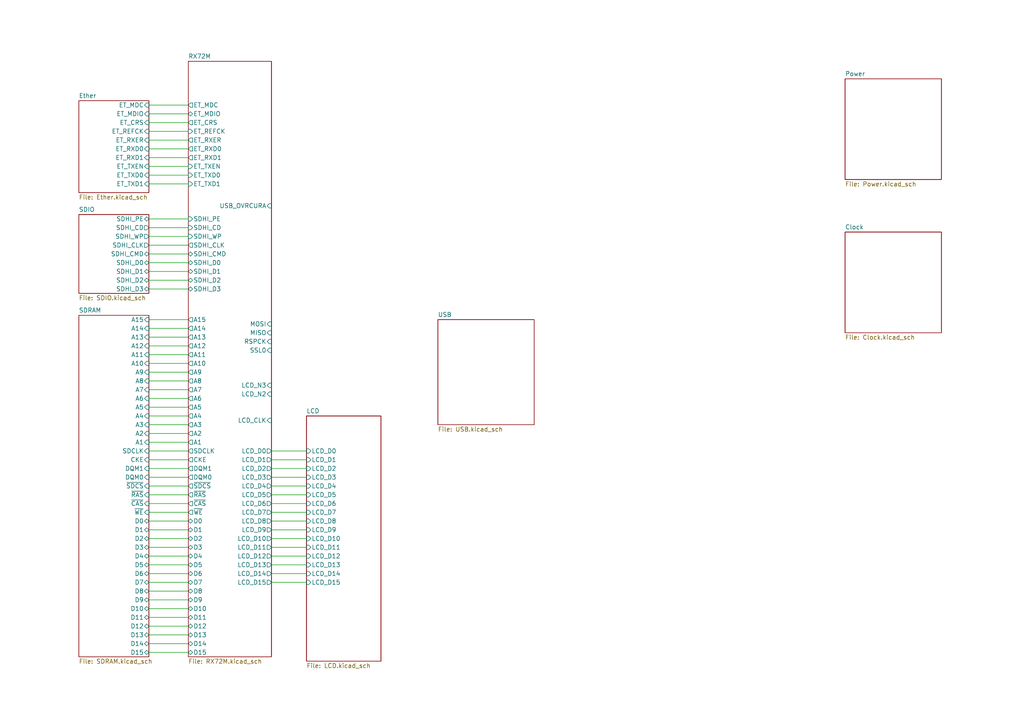
<source format=kicad_sch>
(kicad_sch (version 20211123) (generator eeschema)
  (paper "A4")
  (lib_symbols)
  (wire (pts (xy 54.61 158.75) (xy 43.18 158.75)))
  (wire (pts (xy 43.18 156.21) (xy 54.61 156.21)))
  (wire (pts (xy 88.9 135.89) (xy 78.74 135.89)))
  (wire (pts (xy 88.9 156.21) (xy 78.74 156.21)))
  (wire (pts (xy 54.61 30.48) (xy 43.18 30.48)))
  (wire (pts (xy 43.18 92.71) (xy 54.61 92.71)))
  (wire (pts (xy 54.61 130.81) (xy 43.18 130.81)))
  (wire (pts (xy 43.18 71.12) (xy 54.61 71.12)))
  (wire (pts (xy 88.9 130.81) (xy 78.74 130.81)))
  (wire (pts (xy 78.74 153.67) (xy 88.9 153.67)))
  (wire (pts (xy 43.18 81.28) (xy 54.61 81.28)))
  (wire (pts (xy 43.18 161.29) (xy 54.61 161.29)))
  (wire (pts (xy 88.9 146.05) (xy 78.74 146.05)))
  (wire (pts (xy 43.18 66.04) (xy 54.61 66.04)))
  (wire (pts (xy 54.61 48.26) (xy 43.18 48.26)))
  (wire (pts (xy 54.61 45.72) (xy 43.18 45.72)))
  (wire (pts (xy 43.18 107.95) (xy 54.61 107.95)))
  (wire (pts (xy 78.74 143.51) (xy 88.9 143.51)))
  (wire (pts (xy 54.61 181.61) (xy 43.18 181.61)))
  (wire (pts (xy 43.18 186.69) (xy 54.61 186.69)))
  (wire (pts (xy 43.18 166.37) (xy 54.61 166.37)))
  (wire (pts (xy 43.18 179.07) (xy 54.61 179.07)))
  (wire (pts (xy 54.61 125.73) (xy 43.18 125.73)))
  (wire (pts (xy 54.61 73.66) (xy 43.18 73.66)))
  (wire (pts (xy 54.61 168.91) (xy 43.18 168.91)))
  (wire (pts (xy 54.61 135.89) (xy 43.18 135.89)))
  (wire (pts (xy 54.61 78.74) (xy 43.18 78.74)))
  (wire (pts (xy 88.9 161.29) (xy 78.74 161.29)))
  (wire (pts (xy 54.61 63.5) (xy 43.18 63.5)))
  (wire (pts (xy 43.18 118.11) (xy 54.61 118.11)))
  (wire (pts (xy 88.9 140.97) (xy 78.74 140.97)))
  (wire (pts (xy 54.61 110.49) (xy 43.18 110.49)))
  (wire (pts (xy 43.18 176.53) (xy 54.61 176.53)))
  (wire (pts (xy 54.61 138.43) (xy 43.18 138.43)))
  (wire (pts (xy 43.18 102.87) (xy 54.61 102.87)))
  (wire (pts (xy 54.61 83.82) (xy 43.18 83.82)))
  (wire (pts (xy 54.61 95.25) (xy 43.18 95.25)))
  (wire (pts (xy 43.18 76.2) (xy 54.61 76.2)))
  (wire (pts (xy 43.18 123.19) (xy 54.61 123.19)))
  (wire (pts (xy 88.9 166.37) (xy 78.74 166.37)))
  (wire (pts (xy 54.61 105.41) (xy 43.18 105.41)))
  (wire (pts (xy 78.74 158.75) (xy 88.9 158.75)))
  (wire (pts (xy 78.74 148.59) (xy 88.9 148.59)))
  (wire (pts (xy 54.61 173.99) (xy 43.18 173.99)))
  (wire (pts (xy 54.61 148.59) (xy 43.18 148.59)))
  (wire (pts (xy 43.18 97.79) (xy 54.61 97.79)))
  (wire (pts (xy 54.61 184.15) (xy 43.18 184.15)))
  (wire (pts (xy 54.61 163.83) (xy 43.18 163.83)))
  (wire (pts (xy 78.74 138.43) (xy 88.9 138.43)))
  (wire (pts (xy 54.61 153.67) (xy 43.18 153.67)))
  (wire (pts (xy 54.61 33.02) (xy 43.18 33.02)))
  (wire (pts (xy 54.61 146.05) (xy 43.18 146.05)))
  (wire (pts (xy 43.18 151.13) (xy 54.61 151.13)))
  (wire (pts (xy 54.61 100.33) (xy 43.18 100.33)))
  (wire (pts (xy 54.61 53.34) (xy 43.18 53.34)))
  (wire (pts (xy 54.61 189.23) (xy 43.18 189.23)))
  (wire (pts (xy 54.61 140.97) (xy 43.18 140.97)))
  (wire (pts (xy 54.61 133.35) (xy 43.18 133.35)))
  (wire (pts (xy 78.74 168.91) (xy 88.9 168.91)))
  (wire (pts (xy 54.61 40.64) (xy 43.18 40.64)))
  (wire (pts (xy 88.9 151.13) (xy 78.74 151.13)))
  (wire (pts (xy 43.18 171.45) (xy 54.61 171.45)))
  (wire (pts (xy 43.18 128.27) (xy 54.61 128.27)))
  (wire (pts (xy 54.61 35.56) (xy 43.18 35.56)))
  (wire (pts (xy 54.61 43.18) (xy 43.18 43.18)))
  (wire (pts (xy 78.74 163.83) (xy 88.9 163.83)))
  (wire (pts (xy 43.18 113.03) (xy 54.61 113.03)))
  (wire (pts (xy 54.61 38.1) (xy 43.18 38.1)))
  (wire (pts (xy 54.61 68.58) (xy 43.18 68.58)))
  (wire (pts (xy 54.61 50.8) (xy 43.18 50.8)))
  (wire (pts (xy 78.74 133.35) (xy 88.9 133.35)))
  (wire (pts (xy 54.61 120.65) (xy 43.18 120.65)))
  (wire (pts (xy 54.61 143.51) (xy 43.18 143.51)))
  (wire (pts (xy 54.61 115.57) (xy 43.18 115.57)))
  (sheet (at 245.11 22.86) (size 27.94 29.21)
    (property "Sheet name" "Power" (at 245.11 22.1484 0) (effects (justify left bottom)))
    (property "Sheet file" "Power.kicad_sch" (at 245.11 52.6546 0) (effects (justify left top)))
  )
  (sheet (at 54.61 17.78) (size 24.13 172.72)
    (property "Sheet name" "RX72M" (at 54.61 17.0684 0) (effects (justify left bottom)))
    (property "Sheet file" "RX72M.kicad_sch" (at 54.61 191.0846 0) (effects (justify left top)))
    (pin "D0" bidirectional (at 54.61 151.13 180))
    (pin "D1" bidirectional (at 54.61 153.67 180))
    (pin "D2" bidirectional (at 54.61 156.21 180))
    (pin "D3" bidirectional (at 54.61 158.75 180))
    (pin "D4" bidirectional (at 54.61 161.29 180))
    (pin "D5" bidirectional (at 54.61 163.83 180))
    (pin "D6" bidirectional (at 54.61 166.37 180))
    (pin "D7" bidirectional (at 54.61 168.91 180))
    (pin "D8" bidirectional (at 54.61 171.45 180))
    (pin "D9" bidirectional (at 54.61 173.99 180))
    (pin "D10" bidirectional (at 54.61 176.53 180))
    (pin "D11" bidirectional (at 54.61 179.07 180))
    (pin "D12" bidirectional (at 54.61 181.61 180))
    (pin "D13" bidirectional (at 54.61 184.15 180))
    (pin "D14" bidirectional (at 54.61 186.69 180))
    (pin "D15" bidirectional (at 54.61 189.23 180))
    (pin "~{WE}" output (at 54.61 148.59 180))
    (pin "~{CAS}" output (at 54.61 146.05 180))
    (pin "~{RAS}" output (at 54.61 143.51 180))
    (pin "~{SDCS}" output (at 54.61 140.97 180))
    (pin "SDCLK" output (at 54.61 130.81 180))
    (pin "DQM0" output (at 54.61 138.43 180))
    (pin "DQM1" output (at 54.61 135.89 180))
    (pin "CKE" output (at 54.61 133.35 180))
    (pin "A1" output (at 54.61 128.27 180))
    (pin "A2" output (at 54.61 125.73 180))
    (pin "A3" output (at 54.61 123.19 180))
    (pin "A4" output (at 54.61 120.65 180))
    (pin "A5" output (at 54.61 118.11 180))
    (pin "A6" output (at 54.61 115.57 180))
    (pin "A7" output (at 54.61 113.03 180))
    (pin "A8" output (at 54.61 110.49 180))
    (pin "A9" output (at 54.61 107.95 180))
    (pin "A10" output (at 54.61 105.41 180))
    (pin "A11" output (at 54.61 102.87 180))
    (pin "A12" output (at 54.61 100.33 180))
    (pin "A13" output (at 54.61 97.79 180))
    (pin "A14" output (at 54.61 95.25 180))
    (pin "A15" output (at 54.61 92.71 180))
    (pin "SDHI_CD" input (at 54.61 66.04 180))
    (pin "SDHI_WP" input (at 54.61 68.58 180))
    (pin "SDHI_D1" bidirectional (at 54.61 78.74 180))
    (pin "SDHI_D0" bidirectional (at 54.61 76.2 180))
    (pin "SDHI_CLK" output (at 54.61 71.12 180))
    (pin "SDHI_CMD" bidirectional (at 54.61 73.66 180))
    (pin "SDHI_D3" bidirectional (at 54.61 83.82 180))
    (pin "SDHI_D2" bidirectional (at 54.61 81.28 180))
    (pin "SDHI_PE" input (at 54.61 63.5 180))
    (pin "ET_MDC" output (at 54.61 30.48 180))
    (pin "ET_MDIO" bidirectional (at 54.61 33.02 180))
    (pin "ET_RXER" output (at 54.61 40.64 180))
    (pin "ET_TXD1" input (at 54.61 53.34 180))
    (pin "ET_TXD0" input (at 54.61 50.8 180))
    (pin "ET_TXEN" input (at 54.61 48.26 180))
    (pin "ET_REFCK" input (at 54.61 38.1 180))
    (pin "ET_RXD0" output (at 54.61 43.18 180))
    (pin "ET_RXD1" output (at 54.61 45.72 180))
    (pin "ET_CRS" output (at 54.61 35.56 180))
    (pin "LCD_D0" output (at 78.74 130.81 0))
    (pin "LCD_D1" output (at 78.74 133.35 0))
    (pin "LCD_D2" output (at 78.74 135.89 0))
    (pin "LCD_D3" output (at 78.74 138.43 0))
    (pin "LCD_D4" output (at 78.74 140.97 0))
    (pin "LCD_D5" output (at 78.74 143.51 0))
    (pin "LCD_D6" output (at 78.74 146.05 0))
    (pin "LCD_D7" output (at 78.74 148.59 0))
    (pin "LCD_D8" output (at 78.74 151.13 0))
    (pin "LCD_D9" output (at 78.74 153.67 0))
    (pin "LCD_D10" output (at 78.74 156.21 0))
    (pin "LCD_D11" output (at 78.74 158.75 0))
    (pin "LCD_D12" output (at 78.74 161.29 0))
    (pin "LCD_D13" output (at 78.74 163.83 0))
    (pin "LCD_D14" output (at 78.74 166.37 0))
    (pin "LCD_D15" output (at 78.74 168.91 0))
    (pin "MISO" input (at 78.74 96.52 0))
    (pin "RSPCK" input (at 78.74 99.06 0))
    (pin "SSL0" input (at 78.74 101.6 0))
    (pin "MOSI" input (at 78.74 93.98 0))
    (pin "LCD_CLK" input (at 78.74 121.92 0))
    (pin "LCD_N3" input (at 78.74 111.76 0))
    (pin "LCD_N2" input (at 78.74 114.3 0))
    (pin "USB_OVRCURA" input (at 78.74 59.69 0))
  )
  (sheet (at 22.86 91.44) (size 20.32 99.06)
    (property "Sheet name" "SDRAM" (at 22.86 90.7284 0) (effects (justify left bottom)))
    (property "Sheet file" "SDRAM.kicad_sch" (at 22.86 191.0846 0) (effects (justify left top)))
    (pin "D0" bidirectional (at 43.18 151.13 0))
    (pin "D1" bidirectional (at 43.18 153.67 0))
    (pin "D2" bidirectional (at 43.18 156.21 0))
    (pin "D3" bidirectional (at 43.18 158.75 0))
    (pin "D4" bidirectional (at 43.18 161.29 0))
    (pin "D5" bidirectional (at 43.18 163.83 0))
    (pin "D6" bidirectional (at 43.18 166.37 0))
    (pin "D7" bidirectional (at 43.18 168.91 0))
    (pin "D8" bidirectional (at 43.18 171.45 0))
    (pin "D9" bidirectional (at 43.18 173.99 0))
    (pin "D10" bidirectional (at 43.18 176.53 0))
    (pin "D11" bidirectional (at 43.18 179.07 0))
    (pin "D12" bidirectional (at 43.18 181.61 0))
    (pin "D13" bidirectional (at 43.18 184.15 0))
    (pin "D14" bidirectional (at 43.18 186.69 0))
    (pin "D15" bidirectional (at 43.18 189.23 0))
    (pin "A1" input (at 43.18 128.27 0))
    (pin "A2" input (at 43.18 125.73 0))
    (pin "A3" input (at 43.18 123.19 0))
    (pin "A4" input (at 43.18 120.65 0))
    (pin "A5" input (at 43.18 118.11 0))
    (pin "A6" input (at 43.18 115.57 0))
    (pin "A7" input (at 43.18 113.03 0))
    (pin "A8" input (at 43.18 110.49 0))
    (pin "A9" input (at 43.18 107.95 0))
    (pin "A10" input (at 43.18 105.41 0))
    (pin "A11" input (at 43.18 102.87 0))
    (pin "A12" input (at 43.18 100.33 0))
    (pin "A13" input (at 43.18 97.79 0))
    (pin "A14" input (at 43.18 95.25 0))
    (pin "A15" input (at 43.18 92.71 0))
    (pin "SDCLK" input (at 43.18 130.81 0))
    (pin "~{SDCS}" input (at 43.18 140.97 0))
    (pin "CKE" input (at 43.18 133.35 0))
    (pin "DQM0" input (at 43.18 138.43 0))
    (pin "DQM1" input (at 43.18 135.89 0))
    (pin "~{WE}" input (at 43.18 148.59 0))
    (pin "~{CAS}" input (at 43.18 146.05 0))
    (pin "~{RAS}" input (at 43.18 143.51 0))
  )
  (sheet (at 245.11 67.31) (size 27.94 29.21)
    (property "Sheet name" "Clock" (at 245.11 66.5984 0) (effects (justify left bottom)))
    (property "Sheet file" "Clock.kicad_sch" (at 245.11 97.1046 0) (effects (justify left top)))
  )
  (sheet (at 22.86 62.23) (size 20.32 22.86)
    (property "Sheet name" "SDIO" (at 22.86 61.5184 0) (effects (justify left bottom)))
    (property "Sheet file" "SDIO.kicad_sch" (at 22.86 85.6746 0) (effects (justify left top)))
    (pin "SDHI_CD" output (at 43.18 66.04 0))
    (pin "SDHI_WP" output (at 43.18 68.58 0))
    (pin "SDHI_CLK" output (at 43.18 71.12 0))
    (pin "SDHI_CMD" bidirectional (at 43.18 73.66 0))
    (pin "SDHI_D0" bidirectional (at 43.18 76.2 0))
    (pin "SDHI_D1" bidirectional (at 43.18 78.74 0))
    (pin "SDHI_D3" bidirectional (at 43.18 83.82 0))
    (pin "SDHI_D2" bidirectional (at 43.18 81.28 0))
    (pin "SDHI_PE" bidirectional (at 43.18 63.5 0))
  )
  (sheet (at 127 92.71) (size 27.94 30.48)
    (property "Sheet name" "USB" (at 127 91.9984 0) (effects (justify left bottom)))
    (property "Sheet file" "USB.kicad_sch" (at 127 123.7746 0) (effects (justify left top)))
  )
  (sheet (at 88.9 120.65) (size 21.59 71.12)
    (property "Sheet name" "LCD" (at 88.9 119.9384 0) (effects (justify left bottom)))
    (property "Sheet file" "LCD.kicad_sch" (at 88.9 192.3546 0) (effects (justify left top)))
    (pin "LCD_D0" input (at 88.9 130.81 180))
    (pin "LCD_D1" input (at 88.9 133.35 180))
    (pin "LCD_D2" input (at 88.9 135.89 180))
    (pin "LCD_D3" input (at 88.9 138.43 180))
    (pin "LCD_D4" input (at 88.9 140.97 180))
    (pin "LCD_D5" input (at 88.9 143.51 180))
    (pin "LCD_D6" input (at 88.9 146.05 180))
    (pin "LCD_D7" input (at 88.9 148.59 180))
    (pin "LCD_D8" input (at 88.9 151.13 180))
    (pin "LCD_D9" input (at 88.9 153.67 180))
    (pin "LCD_D10" input (at 88.9 156.21 180))
    (pin "LCD_D11" input (at 88.9 158.75 180))
    (pin "LCD_D12" input (at 88.9 161.29 180))
    (pin "LCD_D13" input (at 88.9 163.83 180))
    (pin "LCD_D14" input (at 88.9 166.37 180))
    (pin "LCD_D15" input (at 88.9 168.91 180))
  )
  (sheet (at 22.86 29.21) (size 20.32 26.67)
    (property "Sheet name" "Ether" (at 22.86 28.4984 0) (effects (justify left bottom)))
    (property "Sheet file" "Ether.kicad_sch" (at 22.86 56.4646 0) (effects (justify left top)))
    (pin "ET_MDC" input (at 43.18 30.48 0))
    (pin "ET_MDIO" input (at 43.18 33.02 0))
    (pin "ET_CRS" input (at 43.18 35.56 0))
    (pin "ET_RXER" input (at 43.18 40.64 0))
    (pin "ET_RXD0" input (at 43.18 43.18 0))
    (pin "ET_RXD1" input (at 43.18 45.72 0))
    (pin "ET_TXEN" input (at 43.18 48.26 0))
    (pin "ET_TXD0" input (at 43.18 50.8 0))
    (pin "ET_TXD1" input (at 43.18 53.34 0))
    (pin "ET_REFCK" input (at 43.18 38.1 0))
  )
)
</source>
